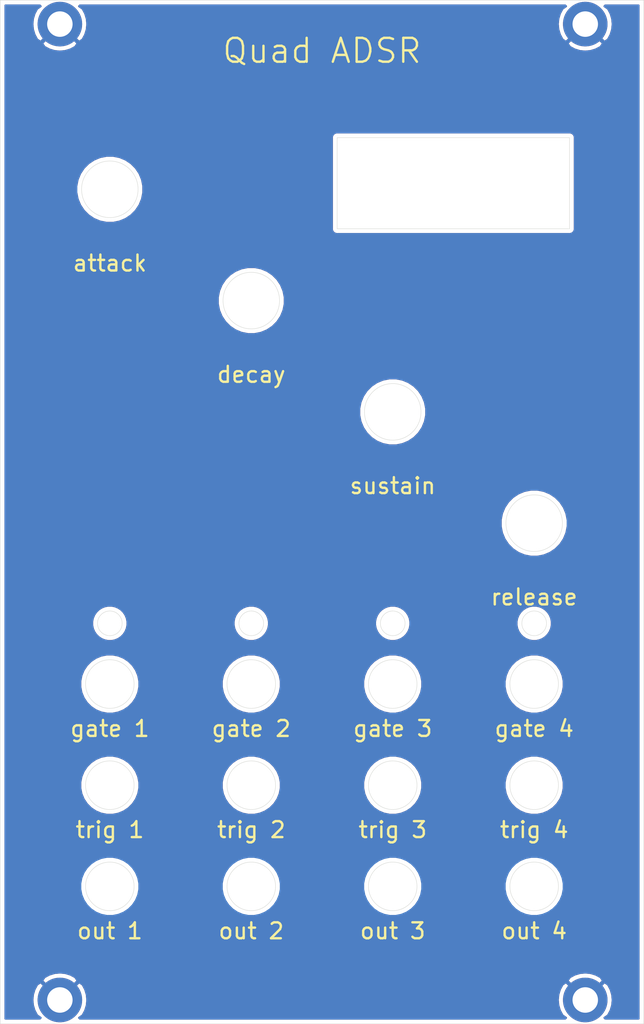
<source format=kicad_pcb>
(kicad_pcb (version 20171130) (host pcbnew 5.1.6-c6e7f7d~87~ubuntu18.04.1)

  (general
    (thickness 1.6)
    (drawings 69)
    (tracks 0)
    (zones 0)
    (modules 4)
    (nets 2)
  )

  (page A4)
  (layers
    (0 F.Cu signal hide)
    (31 B.Cu signal hide)
    (32 B.Adhes user)
    (33 F.Adhes user)
    (34 B.Paste user)
    (35 F.Paste user)
    (36 B.SilkS user)
    (37 F.SilkS user)
    (38 B.Mask user)
    (39 F.Mask user)
    (40 Dwgs.User user)
    (41 Cmts.User user)
    (42 Eco1.User user)
    (43 Eco2.User user)
    (44 Edge.Cuts user)
    (45 Margin user)
    (46 B.CrtYd user)
    (47 F.CrtYd user)
    (48 B.Fab user hide)
    (49 F.Fab user hide)
  )

  (setup
    (last_trace_width 0.25)
    (trace_clearance 0.2)
    (zone_clearance 0.508)
    (zone_45_only no)
    (trace_min 0.2)
    (via_size 0.8)
    (via_drill 0.4)
    (via_min_size 0.4)
    (via_min_drill 0.3)
    (uvia_size 0.3)
    (uvia_drill 0.1)
    (uvias_allowed no)
    (uvia_min_size 0.2)
    (uvia_min_drill 0.1)
    (edge_width 0.05)
    (segment_width 0.2)
    (pcb_text_width 0.3)
    (pcb_text_size 1.5 1.5)
    (mod_edge_width 0.12)
    (mod_text_size 1 1)
    (mod_text_width 0.15)
    (pad_size 1.524 1.524)
    (pad_drill 0.762)
    (pad_to_mask_clearance 0.05)
    (aux_axis_origin 0 0)
    (visible_elements FFFFFF7F)
    (pcbplotparams
      (layerselection 0x010fc_ffffffff)
      (usegerberextensions false)
      (usegerberattributes true)
      (usegerberadvancedattributes true)
      (creategerberjobfile true)
      (excludeedgelayer true)
      (linewidth 0.100000)
      (plotframeref false)
      (viasonmask false)
      (mode 1)
      (useauxorigin false)
      (hpglpennumber 1)
      (hpglpenspeed 20)
      (hpglpendiameter 15.000000)
      (psnegative false)
      (psa4output false)
      (plotreference true)
      (plotvalue true)
      (plotinvisibletext false)
      (padsonsilk false)
      (subtractmaskfromsilk false)
      (outputformat 1)
      (mirror false)
      (drillshape 1)
      (scaleselection 1)
      (outputdirectory ""))
  )

  (net 0 "")
  (net 1 GND)

  (net_class Default "This is the default net class."
    (clearance 0.2)
    (trace_width 0.25)
    (via_dia 0.8)
    (via_drill 0.4)
    (uvia_dia 0.3)
    (uvia_drill 0.1)
    (add_net GND)
  )

  (module MountingHole:MountingHole_3.2mm_M3_DIN965_Pad (layer F.Cu) (tedit 56D1B4CB) (tstamp 5EFA4FE1)
    (at 73.54 125.5)
    (descr "Mounting Hole 3.2mm, M3, DIN965")
    (tags "mounting hole 3.2mm m3 din965")
    (path /5EFA1430)
    (attr virtual)
    (fp_text reference H4 (at 0 -3.8) (layer F.SilkS) hide
      (effects (font (size 1 1) (thickness 0.15)))
    )
    (fp_text value MountingHole_Pad (at 0 3.8) (layer F.Fab)
      (effects (font (size 1 1) (thickness 0.15)))
    )
    (fp_circle (center 0 0) (end 2.8 0) (layer Cmts.User) (width 0.15))
    (fp_circle (center 0 0) (end 3.05 0) (layer F.CrtYd) (width 0.05))
    (fp_text user %R (at 0.3 0) (layer F.Fab)
      (effects (font (size 1 1) (thickness 0.15)))
    )
    (pad 1 thru_hole circle (at 0 0) (size 5.6 5.6) (drill 3.2) (layers *.Cu *.Mask)
      (net 1 GND))
  )

  (module MountingHole:MountingHole_3.2mm_M3_DIN965_Pad (layer F.Cu) (tedit 56D1B4CB) (tstamp 5EFA4FB7)
    (at 73.54 3)
    (descr "Mounting Hole 3.2mm, M3, DIN965")
    (tags "mounting hole 3.2mm m3 din965")
    (path /5EFA1424)
    (attr virtual)
    (fp_text reference H3 (at 0 -3.8) (layer F.SilkS) hide
      (effects (font (size 1 1) (thickness 0.15)))
    )
    (fp_text value MountingHole_Pad (at 0 3.8) (layer F.Fab)
      (effects (font (size 1 1) (thickness 0.15)))
    )
    (fp_circle (center 0 0) (end 2.8 0) (layer Cmts.User) (width 0.15))
    (fp_circle (center 0 0) (end 3.05 0) (layer F.CrtYd) (width 0.05))
    (fp_text user %R (at 0.3 0) (layer F.Fab)
      (effects (font (size 1 1) (thickness 0.15)))
    )
    (pad 1 thru_hole circle (at 0 0) (size 5.6 5.6) (drill 3.2) (layers *.Cu *.Mask)
      (net 1 GND))
  )

  (module MountingHole:MountingHole_3.2mm_M3_DIN965_Pad (layer F.Cu) (tedit 56D1B4CB) (tstamp 5EFA4FCC)
    (at 7.5 125.5)
    (descr "Mounting Hole 3.2mm, M3, DIN965")
    (tags "mounting hole 3.2mm m3 din965")
    (path /5EF9FEEC)
    (attr virtual)
    (fp_text reference H2 (at 0 -3.8) (layer F.SilkS) hide
      (effects (font (size 1 1) (thickness 0.15)))
    )
    (fp_text value MountingHole_Pad (at 0 3.8) (layer F.Fab)
      (effects (font (size 1 1) (thickness 0.15)))
    )
    (fp_circle (center 0 0) (end 2.8 0) (layer Cmts.User) (width 0.15))
    (fp_circle (center 0 0) (end 3.05 0) (layer F.CrtYd) (width 0.05))
    (fp_text user %R (at 0.3 0) (layer F.Fab)
      (effects (font (size 1 1) (thickness 0.15)))
    )
    (pad 1 thru_hole circle (at 0 0) (size 5.6 5.6) (drill 3.2) (layers *.Cu *.Mask)
      (net 1 GND))
  )

  (module MountingHole:MountingHole_3.2mm_M3_DIN965_Pad (layer F.Cu) (tedit 56D1B4CB) (tstamp 5EFA4FA2)
    (at 7.5 3)
    (descr "Mounting Hole 3.2mm, M3, DIN965")
    (tags "mounting hole 3.2mm m3 din965")
    (path /5EF9F32F)
    (attr virtual)
    (fp_text reference H1 (at 0 -3.8) (layer F.SilkS) hide
      (effects (font (size 1 1) (thickness 0.15)))
    )
    (fp_text value MountingHole_Pad (at 0 3.8) (layer F.Fab)
      (effects (font (size 1 1) (thickness 0.15)))
    )
    (fp_circle (center 0 0) (end 2.8 0) (layer Cmts.User) (width 0.15))
    (fp_circle (center 0 0) (end 3.05 0) (layer F.CrtYd) (width 0.05))
    (fp_text user %R (at 0.3 0) (layer F.Fab)
      (effects (font (size 1 1) (thickness 0.15)))
    )
    (pad 1 thru_hole circle (at 0 0) (size 5.6 5.6) (drill 3.2) (layers *.Cu *.Mask)
      (net 1 GND))
  )

  (gr_line (start 71.72 106.64) (end 71.72 115.84) (layer Dwgs.User) (width 0.15))
  (gr_line (start 9.18 115.84) (end 71.72 115.84) (layer Dwgs.User) (width 0.15))
  (gr_line (start 9.18 106.64) (end 9.18 115.84) (layer Dwgs.User) (width 0.15))
  (gr_line (start 9.18 106.64) (end 71.72 106.64) (layer Dwgs.User) (width 0.15))
  (gr_text release (at 67.12 74.93) (layer F.SilkS) (tstamp 5EFA5277)
    (effects (font (size 2 2) (thickness 0.3)))
  )
  (gr_text sustain (at 49.34 60.96) (layer F.SilkS) (tstamp 5EFA5274)
    (effects (font (size 2 2) (thickness 0.3)))
  )
  (gr_text decay (at 31.56 46.99) (layer F.SilkS)
    (effects (font (size 2 2) (thickness 0.3)))
  )
  (gr_text attack (at 13.78 33.02) (layer F.SilkS)
    (effects (font (size 2 2) (thickness 0.3)))
  )
  (gr_text "out 4" (at 67.12 116.84) (layer F.SilkS) (tstamp 5EFA524D)
    (effects (font (size 2 2) (thickness 0.3)))
  )
  (gr_text "out 3" (at 49.34 116.84) (layer F.SilkS) (tstamp 5EFA524D)
    (effects (font (size 2 2) (thickness 0.3)))
  )
  (gr_text "out 2" (at 31.56 116.84) (layer F.SilkS) (tstamp 5EFA524D)
    (effects (font (size 2 2) (thickness 0.3)))
  )
  (gr_text "trig 4" (at 67.12 104.14) (layer F.SilkS) (tstamp 5EFA5245)
    (effects (font (size 2 2) (thickness 0.3)))
  )
  (gr_text "trig 3" (at 49.34 104.14) (layer F.SilkS) (tstamp 5EFA5245)
    (effects (font (size 2 2) (thickness 0.3)))
  )
  (gr_text "trig 2" (at 31.56 104.14) (layer F.SilkS) (tstamp 5EFA5245)
    (effects (font (size 2 2) (thickness 0.3)))
  )
  (gr_text "gate 4" (at 67.12 91.44) (layer F.SilkS) (tstamp 5EFA523D)
    (effects (font (size 2 2) (thickness 0.3)))
  )
  (gr_text "gate 3" (at 49.34 91.44) (layer F.SilkS) (tstamp 5EFA523D)
    (effects (font (size 2 2) (thickness 0.3)))
  )
  (gr_text "gate 2" (at 31.56 91.44) (layer F.SilkS) (tstamp 5EFA523D)
    (effects (font (size 2 2) (thickness 0.3)))
  )
  (gr_text "out 1" (at 13.78 116.84) (layer F.SilkS) (tstamp 5EFA5237)
    (effects (font (size 2 2) (thickness 0.3)))
  )
  (gr_text "trig 1" (at 13.78 104.14) (layer F.SilkS)
    (effects (font (size 2 2) (thickness 0.3)))
  )
  (gr_text "gate 1" (at 13.78 91.44) (layer F.SilkS)
    (effects (font (size 2 2) (thickness 0.3)))
  )
  (gr_circle (center 31.56 111.24) (end 35.56 111.24) (layer Dwgs.User) (width 0.15) (tstamp 5EFA51D5))
  (gr_circle (center 49.34 111.24) (end 53.34 111.24) (layer Dwgs.User) (width 0.15) (tstamp 5EFA51D4))
  (gr_circle (center 13.78 111.24) (end 17.78 111.24) (layer Dwgs.User) (width 0.15) (tstamp 5EFA51D3))
  (gr_circle (center 67.12 111.24) (end 71.12 111.24) (layer Dwgs.User) (width 0.15) (tstamp 5EFA51D2))
  (gr_circle (center 31.56 98.54) (end 35.56 98.54) (layer Dwgs.User) (width 0.15) (tstamp 5EFA51D5))
  (gr_circle (center 49.34 98.54) (end 53.34 98.54) (layer Dwgs.User) (width 0.15) (tstamp 5EFA51D4))
  (gr_circle (center 13.78 98.54) (end 17.78 98.54) (layer Dwgs.User) (width 0.15) (tstamp 5EFA51D3))
  (gr_circle (center 67.12 98.54) (end 71.12 98.54) (layer Dwgs.User) (width 0.15) (tstamp 5EFA51D2))
  (gr_circle (center 67.12 85.84) (end 71.12 85.84) (layer Dwgs.User) (width 0.15) (tstamp 5EFA51CE))
  (gr_circle (center 49.34 85.84) (end 53.34 85.84) (layer Dwgs.User) (width 0.15) (tstamp 5EFA51CE))
  (gr_circle (center 31.56 85.84) (end 35.56 85.84) (layer Dwgs.User) (width 0.15) (tstamp 5EFA51CE))
  (gr_circle (center 13.78 85.84) (end 17.78 85.84) (layer Dwgs.User) (width 0.15))
  (gr_circle (center 67.12 65.647) (end 75.12 65.647) (layer Dwgs.User) (width 0.15) (tstamp 5EFA51C1))
  (gr_circle (center 49.34 51.677) (end 57.34 51.677) (layer Dwgs.User) (width 0.15) (tstamp 5EFA51C1))
  (gr_circle (center 31.56 37.707) (end 39.56 37.707) (layer Dwgs.User) (width 0.15) (tstamp 5EFA51B9))
  (gr_circle (center 13.78 23.737) (end 21.78 23.737) (layer Dwgs.User) (width 0.15))
  (gr_text "Quad ADSR" (at 40.45 6.35) (layer F.SilkS)
    (effects (font (size 3 3) (thickness 0.3)))
  )
  (gr_line (start 42.355 28.69) (end 71.565 28.69) (layer Edge.Cuts) (width 0.05))
  (gr_line (start 71.565 17.26) (end 71.565 28.69) (layer Edge.Cuts) (width 0.05))
  (gr_line (start 42.355 17.26) (end 42.355 28.69) (layer Edge.Cuts) (width 0.05))
  (gr_line (start 42.355 17.26) (end 71.565 17.26) (layer Edge.Cuts) (width 0.05))
  (gr_line (start 4.89 113.78) (end 76.01 113.78) (layer Dwgs.User) (width 0.15))
  (gr_line (start 76.01 14.72) (end 76.01 113.78) (layer Dwgs.User) (width 0.15))
  (gr_line (start 4.89 14.72) (end 4.89 113.78) (layer Dwgs.User) (width 0.15))
  (gr_line (start 4.89 14.72) (end 76.01 14.72) (layer Dwgs.User) (width 0.15))
  (gr_circle (center 67.12 78.22) (end 68.67 78.22) (layer Edge.Cuts) (width 0.05) (tstamp 5EFA50C8))
  (gr_circle (center 49.34 78.22) (end 50.89 78.22) (layer Edge.Cuts) (width 0.05) (tstamp 5EFA50C8))
  (gr_circle (center 31.56 78.22) (end 33.11 78.22) (layer Edge.Cuts) (width 0.05) (tstamp 5EFA50C8))
  (gr_circle (center 13.78 78.22) (end 15.33 78.22) (layer Edge.Cuts) (width 0.05))
  (gr_circle (center 67.12 65.647) (end 70.67 65.647) (layer Edge.Cuts) (width 0.05) (tstamp 5EFA50BB))
  (gr_circle (center 49.34 51.677) (end 52.89 51.677) (layer Edge.Cuts) (width 0.05) (tstamp 5EFA50BB))
  (gr_circle (center 31.56 37.707) (end 35.11 37.707) (layer Edge.Cuts) (width 0.05) (tstamp 5EFA50BB))
  (gr_circle (center 13.78 23.737) (end 17.33 23.737) (layer Edge.Cuts) (width 0.05))
  (gr_circle (center 49.34 111.24) (end 52.39 111.24) (layer Edge.Cuts) (width 0.05) (tstamp 5EFA50AF))
  (gr_circle (center 31.56 111.24) (end 34.61 111.24) (layer Edge.Cuts) (width 0.05) (tstamp 5EFA50AE))
  (gr_circle (center 67.12 111.24) (end 70.17 111.24) (layer Edge.Cuts) (width 0.05) (tstamp 5EFA50AD))
  (gr_circle (center 13.78 111.24) (end 16.83 111.24) (layer Edge.Cuts) (width 0.05) (tstamp 5EFA50AC))
  (gr_circle (center 49.34 98.54) (end 52.39 98.54) (layer Edge.Cuts) (width 0.05) (tstamp 5EFA50AF))
  (gr_circle (center 31.56 98.54) (end 34.61 98.54) (layer Edge.Cuts) (width 0.05) (tstamp 5EFA50AE))
  (gr_circle (center 67.12 98.54) (end 70.17 98.54) (layer Edge.Cuts) (width 0.05) (tstamp 5EFA50AD))
  (gr_circle (center 13.78 98.54) (end 16.83 98.54) (layer Edge.Cuts) (width 0.05) (tstamp 5EFA50AC))
  (gr_circle (center 67.12 85.84) (end 70.17 85.84) (layer Edge.Cuts) (width 0.05) (tstamp 5EFA50A9))
  (gr_circle (center 31.56 85.84) (end 34.61 85.84) (layer Edge.Cuts) (width 0.05) (tstamp 5EFA50A8))
  (gr_circle (center 49.34 85.84) (end 52.39 85.84) (layer Edge.Cuts) (width 0.05) (tstamp 5EFA50A6))
  (gr_circle (center 13.78 85.84) (end 16.83 85.84) (layer Edge.Cuts) (width 0.05))
  (gr_line (start 80.9 0) (end 80.9 128.5) (layer Edge.Cuts) (width 0.05))
  (gr_line (start 0 128.5) (end 80.9 128.5) (layer Edge.Cuts) (width 0.05))
  (gr_line (start 0 0) (end 80.9 0) (layer Edge.Cuts) (width 0.05))
  (gr_line (start 0 0) (end 0 128.5) (layer Edge.Cuts) (width 0.05))

  (zone (net 1) (net_name GND) (layer F.Cu) (tstamp 0) (hatch edge 0.508)
    (connect_pads (clearance 0.508))
    (min_thickness 0.254)
    (fill yes (arc_segments 32) (thermal_gap 0.508) (thermal_bridge_width 0.508))
    (polygon
      (pts
        (xy 83.82 132.08) (xy -2.54 132.08) (xy -2.54 -2.54) (xy 83.82 -2.54)
      )
    )
    (filled_polygon
      (pts
        (xy 5.083517 0.763125) (xy 4.634823 1.075308) (xy 4.314388 1.671259) (xy 4.116374 2.318273) (xy 4.04839 2.991484)
        (xy 4.113051 3.665023) (xy 4.30787 4.313006) (xy 4.625361 4.91053) (xy 4.634823 4.924692) (xy 5.083519 5.236876)
        (xy 7.320395 3) (xy 7.306253 2.985858) (xy 7.485858 2.806253) (xy 7.5 2.820395) (xy 7.514143 2.806253)
        (xy 7.693748 2.985858) (xy 7.679605 3) (xy 9.916481 5.236876) (xy 10.365177 4.924692) (xy 10.685612 4.328741)
        (xy 10.883626 3.681727) (xy 10.95161 3.008516) (xy 10.886949 2.334977) (xy 10.69213 1.686994) (xy 10.374639 1.08947)
        (xy 10.365177 1.075308) (xy 9.916483 0.763125) (xy 10.019608 0.66) (xy 71.020392 0.66) (xy 71.123517 0.763125)
        (xy 70.674823 1.075308) (xy 70.354388 1.671259) (xy 70.156374 2.318273) (xy 70.08839 2.991484) (xy 70.153051 3.665023)
        (xy 70.34787 4.313006) (xy 70.665361 4.91053) (xy 70.674823 4.924692) (xy 71.123519 5.236876) (xy 73.360395 3)
        (xy 73.346253 2.985858) (xy 73.525858 2.806253) (xy 73.54 2.820395) (xy 73.554143 2.806253) (xy 73.733748 2.985858)
        (xy 73.719605 3) (xy 75.956481 5.236876) (xy 76.405177 4.924692) (xy 76.725612 4.328741) (xy 76.923626 3.681727)
        (xy 76.99161 3.008516) (xy 76.926949 2.334977) (xy 76.73213 1.686994) (xy 76.414639 1.08947) (xy 76.405177 1.075308)
        (xy 75.956483 0.763125) (xy 76.059608 0.66) (xy 80.24 0.66) (xy 80.240001 127.84) (xy 76.059608 127.84)
        (xy 75.956483 127.736875) (xy 76.405177 127.424692) (xy 76.725612 126.828741) (xy 76.923626 126.181727) (xy 76.99161 125.508516)
        (xy 76.926949 124.834977) (xy 76.73213 124.186994) (xy 76.414639 123.58947) (xy 76.405177 123.575308) (xy 75.956481 123.263124)
        (xy 73.719605 125.5) (xy 73.733748 125.514143) (xy 73.554143 125.693748) (xy 73.54 125.679605) (xy 73.525858 125.693748)
        (xy 73.346253 125.514143) (xy 73.360395 125.5) (xy 71.123519 123.263124) (xy 70.674823 123.575308) (xy 70.354388 124.171259)
        (xy 70.156374 124.818273) (xy 70.08839 125.491484) (xy 70.153051 126.165023) (xy 70.34787 126.813006) (xy 70.665361 127.41053)
        (xy 70.674823 127.424692) (xy 71.123517 127.736875) (xy 71.020392 127.84) (xy 10.019608 127.84) (xy 9.916483 127.736875)
        (xy 10.365177 127.424692) (xy 10.685612 126.828741) (xy 10.883626 126.181727) (xy 10.95161 125.508516) (xy 10.886949 124.834977)
        (xy 10.69213 124.186994) (xy 10.374639 123.58947) (xy 10.365177 123.575308) (xy 9.916481 123.263124) (xy 7.679605 125.5)
        (xy 7.693748 125.514143) (xy 7.514143 125.693748) (xy 7.5 125.679605) (xy 7.485858 125.693748) (xy 7.306253 125.514143)
        (xy 7.320395 125.5) (xy 5.083519 123.263124) (xy 4.634823 123.575308) (xy 4.314388 124.171259) (xy 4.116374 124.818273)
        (xy 4.04839 125.491484) (xy 4.113051 126.165023) (xy 4.30787 126.813006) (xy 4.625361 127.41053) (xy 4.634823 127.424692)
        (xy 5.083517 127.736875) (xy 4.980392 127.84) (xy 0.66 127.84) (xy 0.66 123.083519) (xy 5.263124 123.083519)
        (xy 7.5 125.320395) (xy 9.736876 123.083519) (xy 71.303124 123.083519) (xy 73.54 125.320395) (xy 75.776876 123.083519)
        (xy 75.464692 122.634823) (xy 74.868741 122.314388) (xy 74.221727 122.116374) (xy 73.548516 122.04839) (xy 72.874977 122.113051)
        (xy 72.226994 122.30787) (xy 71.62947 122.625361) (xy 71.615308 122.634823) (xy 71.303124 123.083519) (xy 9.736876 123.083519)
        (xy 9.424692 122.634823) (xy 8.828741 122.314388) (xy 8.181727 122.116374) (xy 7.508516 122.04839) (xy 6.834977 122.113051)
        (xy 6.186994 122.30787) (xy 5.58947 122.625361) (xy 5.575308 122.634823) (xy 5.263124 123.083519) (xy 0.66 123.083519)
        (xy 0.66 106.6546) (xy 9.0678 106.6546) (xy 9.0678 115.824) (xy 9.07024 115.848776) (xy 9.077467 115.872601)
        (xy 9.089203 115.894557) (xy 9.104997 115.913803) (xy 9.124243 115.929597) (xy 9.146199 115.941333) (xy 9.170024 115.94856)
        (xy 9.1948 115.951) (xy 71.7042 115.951) (xy 71.728976 115.94856) (xy 71.752801 115.941333) (xy 71.774757 115.929597)
        (xy 71.794003 115.913803) (xy 71.809797 115.894557) (xy 71.821533 115.872601) (xy 71.82876 115.848776) (xy 71.8312 115.824)
        (xy 71.8312 106.6546) (xy 71.82876 106.629824) (xy 71.821533 106.605999) (xy 71.809797 106.584043) (xy 71.794003 106.564797)
        (xy 71.774757 106.549003) (xy 71.752801 106.537267) (xy 71.728976 106.53004) (xy 71.7042 106.5276) (xy 9.1948 106.5276)
        (xy 9.170024 106.53004) (xy 9.146199 106.537267) (xy 9.124243 106.549003) (xy 9.104997 106.564797) (xy 9.089203 106.584043)
        (xy 9.077467 106.605999) (xy 9.07024 106.629824) (xy 9.0678 106.6546) (xy 0.66 106.6546) (xy 0.66 98.174396)
        (xy 10.067961 98.174396) (xy 10.067961 98.905604) (xy 10.210613 99.622762) (xy 10.490434 100.29831) (xy 10.896671 100.906287)
        (xy 11.413713 101.423329) (xy 12.02169 101.829566) (xy 12.697238 102.109387) (xy 13.414396 102.252039) (xy 14.145604 102.252039)
        (xy 14.862762 102.109387) (xy 15.53831 101.829566) (xy 16.146287 101.423329) (xy 16.663329 100.906287) (xy 17.069566 100.29831)
        (xy 17.349387 99.622762) (xy 17.492039 98.905604) (xy 17.492039 98.174396) (xy 27.847961 98.174396) (xy 27.847961 98.905604)
        (xy 27.990613 99.622762) (xy 28.270434 100.29831) (xy 28.676671 100.906287) (xy 29.193713 101.423329) (xy 29.80169 101.829566)
        (xy 30.477238 102.109387) (xy 31.194396 102.252039) (xy 31.925604 102.252039) (xy 32.642762 102.109387) (xy 33.31831 101.829566)
        (xy 33.926287 101.423329) (xy 34.443329 100.906287) (xy 34.849566 100.29831) (xy 35.129387 99.622762) (xy 35.272039 98.905604)
        (xy 35.272039 98.174396) (xy 45.627961 98.174396) (xy 45.627961 98.905604) (xy 45.770613 99.622762) (xy 46.050434 100.29831)
        (xy 46.456671 100.906287) (xy 46.973713 101.423329) (xy 47.58169 101.829566) (xy 48.257238 102.109387) (xy 48.974396 102.252039)
        (xy 49.705604 102.252039) (xy 50.422762 102.109387) (xy 51.09831 101.829566) (xy 51.706287 101.423329) (xy 52.223329 100.906287)
        (xy 52.629566 100.29831) (xy 52.909387 99.622762) (xy 53.052039 98.905604) (xy 53.052039 98.174396) (xy 63.407961 98.174396)
        (xy 63.407961 98.905604) (xy 63.550613 99.622762) (xy 63.830434 100.29831) (xy 64.236671 100.906287) (xy 64.753713 101.423329)
        (xy 65.36169 101.829566) (xy 66.037238 102.109387) (xy 66.754396 102.252039) (xy 67.485604 102.252039) (xy 68.202762 102.109387)
        (xy 68.87831 101.829566) (xy 69.486287 101.423329) (xy 70.003329 100.906287) (xy 70.409566 100.29831) (xy 70.689387 99.622762)
        (xy 70.832039 98.905604) (xy 70.832039 98.174396) (xy 70.689387 97.457238) (xy 70.409566 96.78169) (xy 70.003329 96.173713)
        (xy 69.486287 95.656671) (xy 68.87831 95.250434) (xy 68.202762 94.970613) (xy 67.485604 94.827961) (xy 66.754396 94.827961)
        (xy 66.037238 94.970613) (xy 65.36169 95.250434) (xy 64.753713 95.656671) (xy 64.236671 96.173713) (xy 63.830434 96.78169)
        (xy 63.550613 97.457238) (xy 63.407961 98.174396) (xy 53.052039 98.174396) (xy 52.909387 97.457238) (xy 52.629566 96.78169)
        (xy 52.223329 96.173713) (xy 51.706287 95.656671) (xy 51.09831 95.250434) (xy 50.422762 94.970613) (xy 49.705604 94.827961)
        (xy 48.974396 94.827961) (xy 48.257238 94.970613) (xy 47.58169 95.250434) (xy 46.973713 95.656671) (xy 46.456671 96.173713)
        (xy 46.050434 96.78169) (xy 45.770613 97.457238) (xy 45.627961 98.174396) (xy 35.272039 98.174396) (xy 35.129387 97.457238)
        (xy 34.849566 96.78169) (xy 34.443329 96.173713) (xy 33.926287 95.656671) (xy 33.31831 95.250434) (xy 32.642762 94.970613)
        (xy 31.925604 94.827961) (xy 31.194396 94.827961) (xy 30.477238 94.970613) (xy 29.80169 95.250434) (xy 29.193713 95.656671)
        (xy 28.676671 96.173713) (xy 28.270434 96.78169) (xy 27.990613 97.457238) (xy 27.847961 98.174396) (xy 17.492039 98.174396)
        (xy 17.349387 97.457238) (xy 17.069566 96.78169) (xy 16.663329 96.173713) (xy 16.146287 95.656671) (xy 15.53831 95.250434)
        (xy 14.862762 94.970613) (xy 14.145604 94.827961) (xy 13.414396 94.827961) (xy 12.697238 94.970613) (xy 12.02169 95.250434)
        (xy 11.413713 95.656671) (xy 10.896671 96.173713) (xy 10.490434 96.78169) (xy 10.210613 97.457238) (xy 10.067961 98.174396)
        (xy 0.66 98.174396) (xy 0.66 85.474396) (xy 10.067961 85.474396) (xy 10.067961 86.205604) (xy 10.210613 86.922762)
        (xy 10.490434 87.59831) (xy 10.896671 88.206287) (xy 11.413713 88.723329) (xy 12.02169 89.129566) (xy 12.697238 89.409387)
        (xy 13.414396 89.552039) (xy 14.145604 89.552039) (xy 14.862762 89.409387) (xy 15.53831 89.129566) (xy 16.146287 88.723329)
        (xy 16.663329 88.206287) (xy 17.069566 87.59831) (xy 17.349387 86.922762) (xy 17.492039 86.205604) (xy 17.492039 85.474396)
        (xy 27.847961 85.474396) (xy 27.847961 86.205604) (xy 27.990613 86.922762) (xy 28.270434 87.59831) (xy 28.676671 88.206287)
        (xy 29.193713 88.723329) (xy 29.80169 89.129566) (xy 30.477238 89.409387) (xy 31.194396 89.552039) (xy 31.925604 89.552039)
        (xy 32.642762 89.409387) (xy 33.31831 89.129566) (xy 33.926287 88.723329) (xy 34.443329 88.206287) (xy 34.849566 87.59831)
        (xy 35.129387 86.922762) (xy 35.272039 86.205604) (xy 35.272039 85.474396) (xy 45.627961 85.474396) (xy 45.627961 86.205604)
        (xy 45.770613 86.922762) (xy 46.050434 87.59831) (xy 46.456671 88.206287) (xy 46.973713 88.723329) (xy 47.58169 89.129566)
        (xy 48.257238 89.409387) (xy 48.974396 89.552039) (xy 49.705604 89.552039) (xy 50.422762 89.409387) (xy 51.09831 89.129566)
        (xy 51.706287 88.723329) (xy 52.223329 88.206287) (xy 52.629566 87.59831) (xy 52.909387 86.922762) (xy 53.052039 86.205604)
        (xy 53.052039 85.474396) (xy 63.407961 85.474396) (xy 63.407961 86.205604) (xy 63.550613 86.922762) (xy 63.830434 87.59831)
        (xy 64.236671 88.206287) (xy 64.753713 88.723329) (xy 65.36169 89.129566) (xy 66.037238 89.409387) (xy 66.754396 89.552039)
        (xy 67.485604 89.552039) (xy 68.202762 89.409387) (xy 68.87831 89.129566) (xy 69.486287 88.723329) (xy 70.003329 88.206287)
        (xy 70.409566 87.59831) (xy 70.689387 86.922762) (xy 70.832039 86.205604) (xy 70.832039 85.474396) (xy 70.689387 84.757238)
        (xy 70.409566 84.08169) (xy 70.003329 83.473713) (xy 69.486287 82.956671) (xy 68.87831 82.550434) (xy 68.202762 82.270613)
        (xy 67.485604 82.127961) (xy 66.754396 82.127961) (xy 66.037238 82.270613) (xy 65.36169 82.550434) (xy 64.753713 82.956671)
        (xy 64.236671 83.473713) (xy 63.830434 84.08169) (xy 63.550613 84.757238) (xy 63.407961 85.474396) (xy 53.052039 85.474396)
        (xy 52.909387 84.757238) (xy 52.629566 84.08169) (xy 52.223329 83.473713) (xy 51.706287 82.956671) (xy 51.09831 82.550434)
        (xy 50.422762 82.270613) (xy 49.705604 82.127961) (xy 48.974396 82.127961) (xy 48.257238 82.270613) (xy 47.58169 82.550434)
        (xy 46.973713 82.956671) (xy 46.456671 83.473713) (xy 46.050434 84.08169) (xy 45.770613 84.757238) (xy 45.627961 85.474396)
        (xy 35.272039 85.474396) (xy 35.129387 84.757238) (xy 34.849566 84.08169) (xy 34.443329 83.473713) (xy 33.926287 82.956671)
        (xy 33.31831 82.550434) (xy 32.642762 82.270613) (xy 31.925604 82.127961) (xy 31.194396 82.127961) (xy 30.477238 82.270613)
        (xy 29.80169 82.550434) (xy 29.193713 82.956671) (xy 28.676671 83.473713) (xy 28.270434 84.08169) (xy 27.990613 84.757238)
        (xy 27.847961 85.474396) (xy 17.492039 85.474396) (xy 17.349387 84.757238) (xy 17.069566 84.08169) (xy 16.663329 83.473713)
        (xy 16.146287 82.956671) (xy 15.53831 82.550434) (xy 14.862762 82.270613) (xy 14.145604 82.127961) (xy 13.414396 82.127961)
        (xy 12.697238 82.270613) (xy 12.02169 82.550434) (xy 11.413713 82.956671) (xy 10.896671 83.473713) (xy 10.490434 84.08169)
        (xy 10.210613 84.757238) (xy 10.067961 85.474396) (xy 0.66 85.474396) (xy 0.66 78.001422) (xy 11.560738 78.001422)
        (xy 11.560738 78.438578) (xy 11.646023 78.867335) (xy 11.813316 79.271215) (xy 12.056187 79.634697) (xy 12.365303 79.943813)
        (xy 12.728785 80.186684) (xy 13.132665 80.353977) (xy 13.561422 80.439262) (xy 13.998578 80.439262) (xy 14.427335 80.353977)
        (xy 14.831215 80.186684) (xy 15.194697 79.943813) (xy 15.503813 79.634697) (xy 15.746684 79.271215) (xy 15.913977 78.867335)
        (xy 15.999262 78.438578) (xy 15.999262 78.001422) (xy 29.340738 78.001422) (xy 29.340738 78.438578) (xy 29.426023 78.867335)
        (xy 29.593316 79.271215) (xy 29.836187 79.634697) (xy 30.145303 79.943813) (xy 30.508785 80.186684) (xy 30.912665 80.353977)
        (xy 31.341422 80.439262) (xy 31.778578 80.439262) (xy 32.207335 80.353977) (xy 32.611215 80.186684) (xy 32.974697 79.943813)
        (xy 33.283813 79.634697) (xy 33.526684 79.271215) (xy 33.693977 78.867335) (xy 33.779262 78.438578) (xy 33.779262 78.001422)
        (xy 47.120738 78.001422) (xy 47.120738 78.438578) (xy 47.206023 78.867335) (xy 47.373316 79.271215) (xy 47.616187 79.634697)
        (xy 47.925303 79.943813) (xy 48.288785 80.186684) (xy 48.692665 80.353977) (xy 49.121422 80.439262) (xy 49.558578 80.439262)
        (xy 49.987335 80.353977) (xy 50.391215 80.186684) (xy 50.754697 79.943813) (xy 51.063813 79.634697) (xy 51.306684 79.271215)
        (xy 51.473977 78.867335) (xy 51.559262 78.438578) (xy 51.559262 78.001422) (xy 64.900738 78.001422) (xy 64.900738 78.438578)
        (xy 64.986023 78.867335) (xy 65.153316 79.271215) (xy 65.396187 79.634697) (xy 65.705303 79.943813) (xy 66.068785 80.186684)
        (xy 66.472665 80.353977) (xy 66.901422 80.439262) (xy 67.338578 80.439262) (xy 67.767335 80.353977) (xy 68.171215 80.186684)
        (xy 68.534697 79.943813) (xy 68.843813 79.634697) (xy 69.086684 79.271215) (xy 69.253977 78.867335) (xy 69.339262 78.438578)
        (xy 69.339262 78.001422) (xy 69.253977 77.572665) (xy 69.086684 77.168785) (xy 68.843813 76.805303) (xy 68.534697 76.496187)
        (xy 68.171215 76.253316) (xy 67.767335 76.086023) (xy 67.338578 76.000738) (xy 66.901422 76.000738) (xy 66.472665 76.086023)
        (xy 66.068785 76.253316) (xy 65.705303 76.496187) (xy 65.396187 76.805303) (xy 65.153316 77.168785) (xy 64.986023 77.572665)
        (xy 64.900738 78.001422) (xy 51.559262 78.001422) (xy 51.473977 77.572665) (xy 51.306684 77.168785) (xy 51.063813 76.805303)
        (xy 50.754697 76.496187) (xy 50.391215 76.253316) (xy 49.987335 76.086023) (xy 49.558578 76.000738) (xy 49.121422 76.000738)
        (xy 48.692665 76.086023) (xy 48.288785 76.253316) (xy 47.925303 76.496187) (xy 47.616187 76.805303) (xy 47.373316 77.168785)
        (xy 47.206023 77.572665) (xy 47.120738 78.001422) (xy 33.779262 78.001422) (xy 33.693977 77.572665) (xy 33.526684 77.168785)
        (xy 33.283813 76.805303) (xy 32.974697 76.496187) (xy 32.611215 76.253316) (xy 32.207335 76.086023) (xy 31.778578 76.000738)
        (xy 31.341422 76.000738) (xy 30.912665 76.086023) (xy 30.508785 76.253316) (xy 30.145303 76.496187) (xy 29.836187 76.805303)
        (xy 29.593316 77.168785) (xy 29.426023 77.572665) (xy 29.340738 78.001422) (xy 15.999262 78.001422) (xy 15.913977 77.572665)
        (xy 15.746684 77.168785) (xy 15.503813 76.805303) (xy 15.194697 76.496187) (xy 14.831215 76.253316) (xy 14.427335 76.086023)
        (xy 13.998578 76.000738) (xy 13.561422 76.000738) (xy 13.132665 76.086023) (xy 12.728785 76.253316) (xy 12.365303 76.496187)
        (xy 12.056187 76.805303) (xy 11.813316 77.168785) (xy 11.646023 77.572665) (xy 11.560738 78.001422) (xy 0.66 78.001422)
        (xy 0.66 65.232387) (xy 62.910369 65.232387) (xy 62.910369 66.061613) (xy 63.072142 66.874904) (xy 63.389473 67.641008)
        (xy 63.850166 68.330484) (xy 64.436516 68.916834) (xy 65.125992 69.377527) (xy 65.892096 69.694858) (xy 66.705387 69.856631)
        (xy 67.534613 69.856631) (xy 68.347904 69.694858) (xy 69.114008 69.377527) (xy 69.803484 68.916834) (xy 70.389834 68.330484)
        (xy 70.850527 67.641008) (xy 71.167858 66.874904) (xy 71.329631 66.061613) (xy 71.329631 65.232387) (xy 71.167858 64.419096)
        (xy 70.850527 63.652992) (xy 70.389834 62.963516) (xy 69.803484 62.377166) (xy 69.114008 61.916473) (xy 68.347904 61.599142)
        (xy 67.534613 61.437369) (xy 66.705387 61.437369) (xy 65.892096 61.599142) (xy 65.125992 61.916473) (xy 64.436516 62.377166)
        (xy 63.850166 62.963516) (xy 63.389473 63.652992) (xy 63.072142 64.419096) (xy 62.910369 65.232387) (xy 0.66 65.232387)
        (xy 0.66 51.262387) (xy 45.130369 51.262387) (xy 45.130369 52.091613) (xy 45.292142 52.904904) (xy 45.609473 53.671008)
        (xy 46.070166 54.360484) (xy 46.656516 54.946834) (xy 47.345992 55.407527) (xy 48.112096 55.724858) (xy 48.925387 55.886631)
        (xy 49.754613 55.886631) (xy 50.567904 55.724858) (xy 51.334008 55.407527) (xy 52.023484 54.946834) (xy 52.609834 54.360484)
        (xy 53.070527 53.671008) (xy 53.387858 52.904904) (xy 53.549631 52.091613) (xy 53.549631 51.262387) (xy 53.387858 50.449096)
        (xy 53.070527 49.682992) (xy 52.609834 48.993516) (xy 52.023484 48.407166) (xy 51.334008 47.946473) (xy 50.567904 47.629142)
        (xy 49.754613 47.467369) (xy 48.925387 47.467369) (xy 48.112096 47.629142) (xy 47.345992 47.946473) (xy 46.656516 48.407166)
        (xy 46.070166 48.993516) (xy 45.609473 49.682992) (xy 45.292142 50.449096) (xy 45.130369 51.262387) (xy 0.66 51.262387)
        (xy 0.66 37.292387) (xy 27.350369 37.292387) (xy 27.350369 38.121613) (xy 27.512142 38.934904) (xy 27.829473 39.701008)
        (xy 28.290166 40.390484) (xy 28.876516 40.976834) (xy 29.565992 41.437527) (xy 30.332096 41.754858) (xy 31.145387 41.916631)
        (xy 31.974613 41.916631) (xy 32.787904 41.754858) (xy 33.554008 41.437527) (xy 34.243484 40.976834) (xy 34.829834 40.390484)
        (xy 35.290527 39.701008) (xy 35.607858 38.934904) (xy 35.769631 38.121613) (xy 35.769631 37.292387) (xy 35.607858 36.479096)
        (xy 35.290527 35.712992) (xy 34.829834 35.023516) (xy 34.243484 34.437166) (xy 33.554008 33.976473) (xy 32.787904 33.659142)
        (xy 31.974613 33.497369) (xy 31.145387 33.497369) (xy 30.332096 33.659142) (xy 29.565992 33.976473) (xy 28.876516 34.437166)
        (xy 28.290166 35.023516) (xy 27.829473 35.712992) (xy 27.512142 36.479096) (xy 27.350369 37.292387) (xy 0.66 37.292387)
        (xy 0.66 23.322387) (xy 9.570369 23.322387) (xy 9.570369 24.151613) (xy 9.732142 24.964904) (xy 10.049473 25.731008)
        (xy 10.510166 26.420484) (xy 11.096516 27.006834) (xy 11.785992 27.467527) (xy 12.552096 27.784858) (xy 13.365387 27.946631)
        (xy 14.194613 27.946631) (xy 15.007904 27.784858) (xy 15.774008 27.467527) (xy 16.463484 27.006834) (xy 17.049834 26.420484)
        (xy 17.510527 25.731008) (xy 17.827858 24.964904) (xy 17.989631 24.151613) (xy 17.989631 23.322387) (xy 17.827858 22.509096)
        (xy 17.510527 21.742992) (xy 17.049834 21.053516) (xy 16.463484 20.467166) (xy 15.774008 20.006473) (xy 15.007904 19.689142)
        (xy 14.194613 19.527369) (xy 13.365387 19.527369) (xy 12.552096 19.689142) (xy 11.785992 20.006473) (xy 11.096516 20.467166)
        (xy 10.510166 21.053516) (xy 10.049473 21.742992) (xy 9.732142 22.509096) (xy 9.570369 23.322387) (xy 0.66 23.322387)
        (xy 0.66 17.26) (xy 41.691807 17.26) (xy 41.695 17.292419) (xy 41.695001 28.657571) (xy 41.691807 28.69)
        (xy 41.70455 28.819383) (xy 41.74229 28.943793) (xy 41.803575 29.05845) (xy 41.886052 29.158948) (xy 41.98655 29.241425)
        (xy 42.101207 29.30271) (xy 42.225617 29.34045) (xy 42.322581 29.35) (xy 42.355 29.353193) (xy 42.387419 29.35)
        (xy 71.532581 29.35) (xy 71.565 29.353193) (xy 71.597419 29.35) (xy 71.694383 29.34045) (xy 71.818793 29.30271)
        (xy 71.93345 29.241425) (xy 72.033948 29.158948) (xy 72.116425 29.05845) (xy 72.17771 28.943793) (xy 72.21545 28.819383)
        (xy 72.228193 28.69) (xy 72.225 28.657581) (xy 72.225 17.292419) (xy 72.228193 17.26) (xy 72.21545 17.130617)
        (xy 72.17771 17.006207) (xy 72.116425 16.89155) (xy 72.033948 16.791052) (xy 71.93345 16.708575) (xy 71.818793 16.64729)
        (xy 71.694383 16.60955) (xy 71.597419 16.6) (xy 71.565 16.596807) (xy 71.532581 16.6) (xy 42.387419 16.6)
        (xy 42.355 16.596807) (xy 42.322581 16.6) (xy 42.225617 16.60955) (xy 42.101207 16.64729) (xy 41.98655 16.708575)
        (xy 41.886052 16.791052) (xy 41.803575 16.89155) (xy 41.74229 17.006207) (xy 41.70455 17.130617) (xy 41.691807 17.26)
        (xy 0.66 17.26) (xy 0.66 5.416481) (xy 5.263124 5.416481) (xy 5.575308 5.865177) (xy 6.171259 6.185612)
        (xy 6.818273 6.383626) (xy 7.491484 6.45161) (xy 8.165023 6.386949) (xy 8.813006 6.19213) (xy 9.41053 5.874639)
        (xy 9.424692 5.865177) (xy 9.736876 5.416481) (xy 71.303124 5.416481) (xy 71.615308 5.865177) (xy 72.211259 6.185612)
        (xy 72.858273 6.383626) (xy 73.531484 6.45161) (xy 74.205023 6.386949) (xy 74.853006 6.19213) (xy 75.45053 5.874639)
        (xy 75.464692 5.865177) (xy 75.776876 5.416481) (xy 73.54 3.179605) (xy 71.303124 5.416481) (xy 9.736876 5.416481)
        (xy 7.5 3.179605) (xy 5.263124 5.416481) (xy 0.66 5.416481) (xy 0.66 0.66) (xy 4.980392 0.66)
      )
    )
  )
  (zone (net 1) (net_name GND) (layer B.Cu) (tstamp 0) (hatch edge 0.508)
    (connect_pads (clearance 0.508))
    (min_thickness 0.254)
    (fill yes (arc_segments 32) (thermal_gap 0.508) (thermal_bridge_width 0.508))
    (polygon
      (pts
        (xy 86.36 134.62) (xy -5.08 134.62) (xy -5.08 -5.08) (xy 86.36 -5.08)
      )
    )
    (filled_polygon
      (pts
        (xy 5.083517 0.763125) (xy 4.634823 1.075308) (xy 4.314388 1.671259) (xy 4.116374 2.318273) (xy 4.04839 2.991484)
        (xy 4.113051 3.665023) (xy 4.30787 4.313006) (xy 4.625361 4.91053) (xy 4.634823 4.924692) (xy 5.083519 5.236876)
        (xy 7.320395 3) (xy 7.306253 2.985858) (xy 7.485858 2.806253) (xy 7.5 2.820395) (xy 7.514143 2.806253)
        (xy 7.693748 2.985858) (xy 7.679605 3) (xy 9.916481 5.236876) (xy 10.365177 4.924692) (xy 10.685612 4.328741)
        (xy 10.883626 3.681727) (xy 10.95161 3.008516) (xy 10.886949 2.334977) (xy 10.69213 1.686994) (xy 10.374639 1.08947)
        (xy 10.365177 1.075308) (xy 9.916483 0.763125) (xy 10.019608 0.66) (xy 71.020392 0.66) (xy 71.123517 0.763125)
        (xy 70.674823 1.075308) (xy 70.354388 1.671259) (xy 70.156374 2.318273) (xy 70.08839 2.991484) (xy 70.153051 3.665023)
        (xy 70.34787 4.313006) (xy 70.665361 4.91053) (xy 70.674823 4.924692) (xy 71.123519 5.236876) (xy 73.360395 3)
        (xy 73.346253 2.985858) (xy 73.525858 2.806253) (xy 73.54 2.820395) (xy 73.554143 2.806253) (xy 73.733748 2.985858)
        (xy 73.719605 3) (xy 75.956481 5.236876) (xy 76.405177 4.924692) (xy 76.725612 4.328741) (xy 76.923626 3.681727)
        (xy 76.99161 3.008516) (xy 76.926949 2.334977) (xy 76.73213 1.686994) (xy 76.414639 1.08947) (xy 76.405177 1.075308)
        (xy 75.956483 0.763125) (xy 76.059608 0.66) (xy 80.24 0.66) (xy 80.240001 127.84) (xy 76.059608 127.84)
        (xy 75.956483 127.736875) (xy 76.405177 127.424692) (xy 76.725612 126.828741) (xy 76.923626 126.181727) (xy 76.99161 125.508516)
        (xy 76.926949 124.834977) (xy 76.73213 124.186994) (xy 76.414639 123.58947) (xy 76.405177 123.575308) (xy 75.956481 123.263124)
        (xy 73.719605 125.5) (xy 73.733748 125.514143) (xy 73.554143 125.693748) (xy 73.54 125.679605) (xy 73.525858 125.693748)
        (xy 73.346253 125.514143) (xy 73.360395 125.5) (xy 71.123519 123.263124) (xy 70.674823 123.575308) (xy 70.354388 124.171259)
        (xy 70.156374 124.818273) (xy 70.08839 125.491484) (xy 70.153051 126.165023) (xy 70.34787 126.813006) (xy 70.665361 127.41053)
        (xy 70.674823 127.424692) (xy 71.123517 127.736875) (xy 71.020392 127.84) (xy 10.019608 127.84) (xy 9.916483 127.736875)
        (xy 10.365177 127.424692) (xy 10.685612 126.828741) (xy 10.883626 126.181727) (xy 10.95161 125.508516) (xy 10.886949 124.834977)
        (xy 10.69213 124.186994) (xy 10.374639 123.58947) (xy 10.365177 123.575308) (xy 9.916481 123.263124) (xy 7.679605 125.5)
        (xy 7.693748 125.514143) (xy 7.514143 125.693748) (xy 7.5 125.679605) (xy 7.485858 125.693748) (xy 7.306253 125.514143)
        (xy 7.320395 125.5) (xy 5.083519 123.263124) (xy 4.634823 123.575308) (xy 4.314388 124.171259) (xy 4.116374 124.818273)
        (xy 4.04839 125.491484) (xy 4.113051 126.165023) (xy 4.30787 126.813006) (xy 4.625361 127.41053) (xy 4.634823 127.424692)
        (xy 5.083517 127.736875) (xy 4.980392 127.84) (xy 0.66 127.84) (xy 0.66 123.083519) (xy 5.263124 123.083519)
        (xy 7.5 125.320395) (xy 9.736876 123.083519) (xy 71.303124 123.083519) (xy 73.54 125.320395) (xy 75.776876 123.083519)
        (xy 75.464692 122.634823) (xy 74.868741 122.314388) (xy 74.221727 122.116374) (xy 73.548516 122.04839) (xy 72.874977 122.113051)
        (xy 72.226994 122.30787) (xy 71.62947 122.625361) (xy 71.615308 122.634823) (xy 71.303124 123.083519) (xy 9.736876 123.083519)
        (xy 9.424692 122.634823) (xy 8.828741 122.314388) (xy 8.181727 122.116374) (xy 7.508516 122.04839) (xy 6.834977 122.113051)
        (xy 6.186994 122.30787) (xy 5.58947 122.625361) (xy 5.575308 122.634823) (xy 5.263124 123.083519) (xy 0.66 123.083519)
        (xy 0.66 110.874396) (xy 10.067961 110.874396) (xy 10.067961 111.605604) (xy 10.210613 112.322762) (xy 10.490434 112.99831)
        (xy 10.896671 113.606287) (xy 11.413713 114.123329) (xy 12.02169 114.529566) (xy 12.697238 114.809387) (xy 13.414396 114.952039)
        (xy 14.145604 114.952039) (xy 14.862762 114.809387) (xy 15.53831 114.529566) (xy 16.146287 114.123329) (xy 16.663329 113.606287)
        (xy 17.069566 112.99831) (xy 17.349387 112.322762) (xy 17.492039 111.605604) (xy 17.492039 110.874396) (xy 27.847961 110.874396)
        (xy 27.847961 111.605604) (xy 27.990613 112.322762) (xy 28.270434 112.99831) (xy 28.676671 113.606287) (xy 29.193713 114.123329)
        (xy 29.80169 114.529566) (xy 30.477238 114.809387) (xy 31.194396 114.952039) (xy 31.925604 114.952039) (xy 32.642762 114.809387)
        (xy 33.31831 114.529566) (xy 33.926287 114.123329) (xy 34.443329 113.606287) (xy 34.849566 112.99831) (xy 35.129387 112.322762)
        (xy 35.272039 111.605604) (xy 35.272039 110.874396) (xy 45.627961 110.874396) (xy 45.627961 111.605604) (xy 45.770613 112.322762)
        (xy 46.050434 112.99831) (xy 46.456671 113.606287) (xy 46.973713 114.123329) (xy 47.58169 114.529566) (xy 48.257238 114.809387)
        (xy 48.974396 114.952039) (xy 49.705604 114.952039) (xy 50.422762 114.809387) (xy 51.09831 114.529566) (xy 51.706287 114.123329)
        (xy 52.223329 113.606287) (xy 52.629566 112.99831) (xy 52.909387 112.322762) (xy 53.052039 111.605604) (xy 53.052039 110.874396)
        (xy 63.407961 110.874396) (xy 63.407961 111.605604) (xy 63.550613 112.322762) (xy 63.830434 112.99831) (xy 64.236671 113.606287)
        (xy 64.753713 114.123329) (xy 65.36169 114.529566) (xy 66.037238 114.809387) (xy 66.754396 114.952039) (xy 67.485604 114.952039)
        (xy 68.202762 114.809387) (xy 68.87831 114.529566) (xy 69.486287 114.123329) (xy 70.003329 113.606287) (xy 70.409566 112.99831)
        (xy 70.689387 112.322762) (xy 70.832039 111.605604) (xy 70.832039 110.874396) (xy 70.689387 110.157238) (xy 70.409566 109.48169)
        (xy 70.003329 108.873713) (xy 69.486287 108.356671) (xy 68.87831 107.950434) (xy 68.202762 107.670613) (xy 67.485604 107.527961)
        (xy 66.754396 107.527961) (xy 66.037238 107.670613) (xy 65.36169 107.950434) (xy 64.753713 108.356671) (xy 64.236671 108.873713)
        (xy 63.830434 109.48169) (xy 63.550613 110.157238) (xy 63.407961 110.874396) (xy 53.052039 110.874396) (xy 52.909387 110.157238)
        (xy 52.629566 109.48169) (xy 52.223329 108.873713) (xy 51.706287 108.356671) (xy 51.09831 107.950434) (xy 50.422762 107.670613)
        (xy 49.705604 107.527961) (xy 48.974396 107.527961) (xy 48.257238 107.670613) (xy 47.58169 107.950434) (xy 46.973713 108.356671)
        (xy 46.456671 108.873713) (xy 46.050434 109.48169) (xy 45.770613 110.157238) (xy 45.627961 110.874396) (xy 35.272039 110.874396)
        (xy 35.129387 110.157238) (xy 34.849566 109.48169) (xy 34.443329 108.873713) (xy 33.926287 108.356671) (xy 33.31831 107.950434)
        (xy 32.642762 107.670613) (xy 31.925604 107.527961) (xy 31.194396 107.527961) (xy 30.477238 107.670613) (xy 29.80169 107.950434)
        (xy 29.193713 108.356671) (xy 28.676671 108.873713) (xy 28.270434 109.48169) (xy 27.990613 110.157238) (xy 27.847961 110.874396)
        (xy 17.492039 110.874396) (xy 17.349387 110.157238) (xy 17.069566 109.48169) (xy 16.663329 108.873713) (xy 16.146287 108.356671)
        (xy 15.53831 107.950434) (xy 14.862762 107.670613) (xy 14.145604 107.527961) (xy 13.414396 107.527961) (xy 12.697238 107.670613)
        (xy 12.02169 107.950434) (xy 11.413713 108.356671) (xy 10.896671 108.873713) (xy 10.490434 109.48169) (xy 10.210613 110.157238)
        (xy 10.067961 110.874396) (xy 0.66 110.874396) (xy 0.66 98.174396) (xy 10.067961 98.174396) (xy 10.067961 98.905604)
        (xy 10.210613 99.622762) (xy 10.490434 100.29831) (xy 10.896671 100.906287) (xy 11.413713 101.423329) (xy 12.02169 101.829566)
        (xy 12.697238 102.109387) (xy 13.414396 102.252039) (xy 14.145604 102.252039) (xy 14.862762 102.109387) (xy 15.53831 101.829566)
        (xy 16.146287 101.423329) (xy 16.663329 100.906287) (xy 17.069566 100.29831) (xy 17.349387 99.622762) (xy 17.492039 98.905604)
        (xy 17.492039 98.174396) (xy 27.847961 98.174396) (xy 27.847961 98.905604) (xy 27.990613 99.622762) (xy 28.270434 100.29831)
        (xy 28.676671 100.906287) (xy 29.193713 101.423329) (xy 29.80169 101.829566) (xy 30.477238 102.109387) (xy 31.194396 102.252039)
        (xy 31.925604 102.252039) (xy 32.642762 102.109387) (xy 33.31831 101.829566) (xy 33.926287 101.423329) (xy 34.443329 100.906287)
        (xy 34.849566 100.29831) (xy 35.129387 99.622762) (xy 35.272039 98.905604) (xy 35.272039 98.174396) (xy 45.627961 98.174396)
        (xy 45.627961 98.905604) (xy 45.770613 99.622762) (xy 46.050434 100.29831) (xy 46.456671 100.906287) (xy 46.973713 101.423329)
        (xy 47.58169 101.829566) (xy 48.257238 102.109387) (xy 48.974396 102.252039) (xy 49.705604 102.252039) (xy 50.422762 102.109387)
        (xy 51.09831 101.829566) (xy 51.706287 101.423329) (xy 52.223329 100.906287) (xy 52.629566 100.29831) (xy 52.909387 99.622762)
        (xy 53.052039 98.905604) (xy 53.052039 98.174396) (xy 63.407961 98.174396) (xy 63.407961 98.905604) (xy 63.550613 99.622762)
        (xy 63.830434 100.29831) (xy 64.236671 100.906287) (xy 64.753713 101.423329) (xy 65.36169 101.829566) (xy 66.037238 102.109387)
        (xy 66.754396 102.252039) (xy 67.485604 102.252039) (xy 68.202762 102.109387) (xy 68.87831 101.829566) (xy 69.486287 101.423329)
        (xy 70.003329 100.906287) (xy 70.409566 100.29831) (xy 70.689387 99.622762) (xy 70.832039 98.905604) (xy 70.832039 98.174396)
        (xy 70.689387 97.457238) (xy 70.409566 96.78169) (xy 70.003329 96.173713) (xy 69.486287 95.656671) (xy 68.87831 95.250434)
        (xy 68.202762 94.970613) (xy 67.485604 94.827961) (xy 66.754396 94.827961) (xy 66.037238 94.970613) (xy 65.36169 95.250434)
        (xy 64.753713 95.656671) (xy 64.236671 96.173713) (xy 63.830434 96.78169) (xy 63.550613 97.457238) (xy 63.407961 98.174396)
        (xy 53.052039 98.174396) (xy 52.909387 97.457238) (xy 52.629566 96.78169) (xy 52.223329 96.173713) (xy 51.706287 95.656671)
        (xy 51.09831 95.250434) (xy 50.422762 94.970613) (xy 49.705604 94.827961) (xy 48.974396 94.827961) (xy 48.257238 94.970613)
        (xy 47.58169 95.250434) (xy 46.973713 95.656671) (xy 46.456671 96.173713) (xy 46.050434 96.78169) (xy 45.770613 97.457238)
        (xy 45.627961 98.174396) (xy 35.272039 98.174396) (xy 35.129387 97.457238) (xy 34.849566 96.78169) (xy 34.443329 96.173713)
        (xy 33.926287 95.656671) (xy 33.31831 95.250434) (xy 32.642762 94.970613) (xy 31.925604 94.827961) (xy 31.194396 94.827961)
        (xy 30.477238 94.970613) (xy 29.80169 95.250434) (xy 29.193713 95.656671) (xy 28.676671 96.173713) (xy 28.270434 96.78169)
        (xy 27.990613 97.457238) (xy 27.847961 98.174396) (xy 17.492039 98.174396) (xy 17.349387 97.457238) (xy 17.069566 96.78169)
        (xy 16.663329 96.173713) (xy 16.146287 95.656671) (xy 15.53831 95.250434) (xy 14.862762 94.970613) (xy 14.145604 94.827961)
        (xy 13.414396 94.827961) (xy 12.697238 94.970613) (xy 12.02169 95.250434) (xy 11.413713 95.656671) (xy 10.896671 96.173713)
        (xy 10.490434 96.78169) (xy 10.210613 97.457238) (xy 10.067961 98.174396) (xy 0.66 98.174396) (xy 0.66 85.474396)
        (xy 10.067961 85.474396) (xy 10.067961 86.205604) (xy 10.210613 86.922762) (xy 10.490434 87.59831) (xy 10.896671 88.206287)
        (xy 11.413713 88.723329) (xy 12.02169 89.129566) (xy 12.697238 89.409387) (xy 13.414396 89.552039) (xy 14.145604 89.552039)
        (xy 14.862762 89.409387) (xy 15.53831 89.129566) (xy 16.146287 88.723329) (xy 16.663329 88.206287) (xy 17.069566 87.59831)
        (xy 17.349387 86.922762) (xy 17.492039 86.205604) (xy 17.492039 85.474396) (xy 27.847961 85.474396) (xy 27.847961 86.205604)
        (xy 27.990613 86.922762) (xy 28.270434 87.59831) (xy 28.676671 88.206287) (xy 29.193713 88.723329) (xy 29.80169 89.129566)
        (xy 30.477238 89.409387) (xy 31.194396 89.552039) (xy 31.925604 89.552039) (xy 32.642762 89.409387) (xy 33.31831 89.129566)
        (xy 33.926287 88.723329) (xy 34.443329 88.206287) (xy 34.849566 87.59831) (xy 35.129387 86.922762) (xy 35.272039 86.205604)
        (xy 35.272039 85.474396) (xy 45.627961 85.474396) (xy 45.627961 86.205604) (xy 45.770613 86.922762) (xy 46.050434 87.59831)
        (xy 46.456671 88.206287) (xy 46.973713 88.723329) (xy 47.58169 89.129566) (xy 48.257238 89.409387) (xy 48.974396 89.552039)
        (xy 49.705604 89.552039) (xy 50.422762 89.409387) (xy 51.09831 89.129566) (xy 51.706287 88.723329) (xy 52.223329 88.206287)
        (xy 52.629566 87.59831) (xy 52.909387 86.922762) (xy 53.052039 86.205604) (xy 53.052039 85.474396) (xy 63.407961 85.474396)
        (xy 63.407961 86.205604) (xy 63.550613 86.922762) (xy 63.830434 87.59831) (xy 64.236671 88.206287) (xy 64.753713 88.723329)
        (xy 65.36169 89.129566) (xy 66.037238 89.409387) (xy 66.754396 89.552039) (xy 67.485604 89.552039) (xy 68.202762 89.409387)
        (xy 68.87831 89.129566) (xy 69.486287 88.723329) (xy 70.003329 88.206287) (xy 70.409566 87.59831) (xy 70.689387 86.922762)
        (xy 70.832039 86.205604) (xy 70.832039 85.474396) (xy 70.689387 84.757238) (xy 70.409566 84.08169) (xy 70.003329 83.473713)
        (xy 69.486287 82.956671) (xy 68.87831 82.550434) (xy 68.202762 82.270613) (xy 67.485604 82.127961) (xy 66.754396 82.127961)
        (xy 66.037238 82.270613) (xy 65.36169 82.550434) (xy 64.753713 82.956671) (xy 64.236671 83.473713) (xy 63.830434 84.08169)
        (xy 63.550613 84.757238) (xy 63.407961 85.474396) (xy 53.052039 85.474396) (xy 52.909387 84.757238) (xy 52.629566 84.08169)
        (xy 52.223329 83.473713) (xy 51.706287 82.956671) (xy 51.09831 82.550434) (xy 50.422762 82.270613) (xy 49.705604 82.127961)
        (xy 48.974396 82.127961) (xy 48.257238 82.270613) (xy 47.58169 82.550434) (xy 46.973713 82.956671) (xy 46.456671 83.473713)
        (xy 46.050434 84.08169) (xy 45.770613 84.757238) (xy 45.627961 85.474396) (xy 35.272039 85.474396) (xy 35.129387 84.757238)
        (xy 34.849566 84.08169) (xy 34.443329 83.473713) (xy 33.926287 82.956671) (xy 33.31831 82.550434) (xy 32.642762 82.270613)
        (xy 31.925604 82.127961) (xy 31.194396 82.127961) (xy 30.477238 82.270613) (xy 29.80169 82.550434) (xy 29.193713 82.956671)
        (xy 28.676671 83.473713) (xy 28.270434 84.08169) (xy 27.990613 84.757238) (xy 27.847961 85.474396) (xy 17.492039 85.474396)
        (xy 17.349387 84.757238) (xy 17.069566 84.08169) (xy 16.663329 83.473713) (xy 16.146287 82.956671) (xy 15.53831 82.550434)
        (xy 14.862762 82.270613) (xy 14.145604 82.127961) (xy 13.414396 82.127961) (xy 12.697238 82.270613) (xy 12.02169 82.550434)
        (xy 11.413713 82.956671) (xy 10.896671 83.473713) (xy 10.490434 84.08169) (xy 10.210613 84.757238) (xy 10.067961 85.474396)
        (xy 0.66 85.474396) (xy 0.66 78.001422) (xy 11.560738 78.001422) (xy 11.560738 78.438578) (xy 11.646023 78.867335)
        (xy 11.813316 79.271215) (xy 12.056187 79.634697) (xy 12.365303 79.943813) (xy 12.728785 80.186684) (xy 13.132665 80.353977)
        (xy 13.561422 80.439262) (xy 13.998578 80.439262) (xy 14.427335 80.353977) (xy 14.831215 80.186684) (xy 15.194697 79.943813)
        (xy 15.503813 79.634697) (xy 15.746684 79.271215) (xy 15.913977 78.867335) (xy 15.999262 78.438578) (xy 15.999262 78.001422)
        (xy 29.340738 78.001422) (xy 29.340738 78.438578) (xy 29.426023 78.867335) (xy 29.593316 79.271215) (xy 29.836187 79.634697)
        (xy 30.145303 79.943813) (xy 30.508785 80.186684) (xy 30.912665 80.353977) (xy 31.341422 80.439262) (xy 31.778578 80.439262)
        (xy 32.207335 80.353977) (xy 32.611215 80.186684) (xy 32.974697 79.943813) (xy 33.283813 79.634697) (xy 33.526684 79.271215)
        (xy 33.693977 78.867335) (xy 33.779262 78.438578) (xy 33.779262 78.001422) (xy 47.120738 78.001422) (xy 47.120738 78.438578)
        (xy 47.206023 78.867335) (xy 47.373316 79.271215) (xy 47.616187 79.634697) (xy 47.925303 79.943813) (xy 48.288785 80.186684)
        (xy 48.692665 80.353977) (xy 49.121422 80.439262) (xy 49.558578 80.439262) (xy 49.987335 80.353977) (xy 50.391215 80.186684)
        (xy 50.754697 79.943813) (xy 51.063813 79.634697) (xy 51.306684 79.271215) (xy 51.473977 78.867335) (xy 51.559262 78.438578)
        (xy 51.559262 78.001422) (xy 64.900738 78.001422) (xy 64.900738 78.438578) (xy 64.986023 78.867335) (xy 65.153316 79.271215)
        (xy 65.396187 79.634697) (xy 65.705303 79.943813) (xy 66.068785 80.186684) (xy 66.472665 80.353977) (xy 66.901422 80.439262)
        (xy 67.338578 80.439262) (xy 67.767335 80.353977) (xy 68.171215 80.186684) (xy 68.534697 79.943813) (xy 68.843813 79.634697)
        (xy 69.086684 79.271215) (xy 69.253977 78.867335) (xy 69.339262 78.438578) (xy 69.339262 78.001422) (xy 69.253977 77.572665)
        (xy 69.086684 77.168785) (xy 68.843813 76.805303) (xy 68.534697 76.496187) (xy 68.171215 76.253316) (xy 67.767335 76.086023)
        (xy 67.338578 76.000738) (xy 66.901422 76.000738) (xy 66.472665 76.086023) (xy 66.068785 76.253316) (xy 65.705303 76.496187)
        (xy 65.396187 76.805303) (xy 65.153316 77.168785) (xy 64.986023 77.572665) (xy 64.900738 78.001422) (xy 51.559262 78.001422)
        (xy 51.473977 77.572665) (xy 51.306684 77.168785) (xy 51.063813 76.805303) (xy 50.754697 76.496187) (xy 50.391215 76.253316)
        (xy 49.987335 76.086023) (xy 49.558578 76.000738) (xy 49.121422 76.000738) (xy 48.692665 76.086023) (xy 48.288785 76.253316)
        (xy 47.925303 76.496187) (xy 47.616187 76.805303) (xy 47.373316 77.168785) (xy 47.206023 77.572665) (xy 47.120738 78.001422)
        (xy 33.779262 78.001422) (xy 33.693977 77.572665) (xy 33.526684 77.168785) (xy 33.283813 76.805303) (xy 32.974697 76.496187)
        (xy 32.611215 76.253316) (xy 32.207335 76.086023) (xy 31.778578 76.000738) (xy 31.341422 76.000738) (xy 30.912665 76.086023)
        (xy 30.508785 76.253316) (xy 30.145303 76.496187) (xy 29.836187 76.805303) (xy 29.593316 77.168785) (xy 29.426023 77.572665)
        (xy 29.340738 78.001422) (xy 15.999262 78.001422) (xy 15.913977 77.572665) (xy 15.746684 77.168785) (xy 15.503813 76.805303)
        (xy 15.194697 76.496187) (xy 14.831215 76.253316) (xy 14.427335 76.086023) (xy 13.998578 76.000738) (xy 13.561422 76.000738)
        (xy 13.132665 76.086023) (xy 12.728785 76.253316) (xy 12.365303 76.496187) (xy 12.056187 76.805303) (xy 11.813316 77.168785)
        (xy 11.646023 77.572665) (xy 11.560738 78.001422) (xy 0.66 78.001422) (xy 0.66 65.232387) (xy 62.910369 65.232387)
        (xy 62.910369 66.061613) (xy 63.072142 66.874904) (xy 63.389473 67.641008) (xy 63.850166 68.330484) (xy 64.436516 68.916834)
        (xy 65.125992 69.377527) (xy 65.892096 69.694858) (xy 66.705387 69.856631) (xy 67.534613 69.856631) (xy 68.347904 69.694858)
        (xy 69.114008 69.377527) (xy 69.803484 68.916834) (xy 70.389834 68.330484) (xy 70.850527 67.641008) (xy 71.167858 66.874904)
        (xy 71.329631 66.061613) (xy 71.329631 65.232387) (xy 71.167858 64.419096) (xy 70.850527 63.652992) (xy 70.389834 62.963516)
        (xy 69.803484 62.377166) (xy 69.114008 61.916473) (xy 68.347904 61.599142) (xy 67.534613 61.437369) (xy 66.705387 61.437369)
        (xy 65.892096 61.599142) (xy 65.125992 61.916473) (xy 64.436516 62.377166) (xy 63.850166 62.963516) (xy 63.389473 63.652992)
        (xy 63.072142 64.419096) (xy 62.910369 65.232387) (xy 0.66 65.232387) (xy 0.66 51.262387) (xy 45.130369 51.262387)
        (xy 45.130369 52.091613) (xy 45.292142 52.904904) (xy 45.609473 53.671008) (xy 46.070166 54.360484) (xy 46.656516 54.946834)
        (xy 47.345992 55.407527) (xy 48.112096 55.724858) (xy 48.925387 55.886631) (xy 49.754613 55.886631) (xy 50.567904 55.724858)
        (xy 51.334008 55.407527) (xy 52.023484 54.946834) (xy 52.609834 54.360484) (xy 53.070527 53.671008) (xy 53.387858 52.904904)
        (xy 53.549631 52.091613) (xy 53.549631 51.262387) (xy 53.387858 50.449096) (xy 53.070527 49.682992) (xy 52.609834 48.993516)
        (xy 52.023484 48.407166) (xy 51.334008 47.946473) (xy 50.567904 47.629142) (xy 49.754613 47.467369) (xy 48.925387 47.467369)
        (xy 48.112096 47.629142) (xy 47.345992 47.946473) (xy 46.656516 48.407166) (xy 46.070166 48.993516) (xy 45.609473 49.682992)
        (xy 45.292142 50.449096) (xy 45.130369 51.262387) (xy 0.66 51.262387) (xy 0.66 37.292387) (xy 27.350369 37.292387)
        (xy 27.350369 38.121613) (xy 27.512142 38.934904) (xy 27.829473 39.701008) (xy 28.290166 40.390484) (xy 28.876516 40.976834)
        (xy 29.565992 41.437527) (xy 30.332096 41.754858) (xy 31.145387 41.916631) (xy 31.974613 41.916631) (xy 32.787904 41.754858)
        (xy 33.554008 41.437527) (xy 34.243484 40.976834) (xy 34.829834 40.390484) (xy 35.290527 39.701008) (xy 35.607858 38.934904)
        (xy 35.769631 38.121613) (xy 35.769631 37.292387) (xy 35.607858 36.479096) (xy 35.290527 35.712992) (xy 34.829834 35.023516)
        (xy 34.243484 34.437166) (xy 33.554008 33.976473) (xy 32.787904 33.659142) (xy 31.974613 33.497369) (xy 31.145387 33.497369)
        (xy 30.332096 33.659142) (xy 29.565992 33.976473) (xy 28.876516 34.437166) (xy 28.290166 35.023516) (xy 27.829473 35.712992)
        (xy 27.512142 36.479096) (xy 27.350369 37.292387) (xy 0.66 37.292387) (xy 0.66 23.322387) (xy 9.570369 23.322387)
        (xy 9.570369 24.151613) (xy 9.732142 24.964904) (xy 10.049473 25.731008) (xy 10.510166 26.420484) (xy 11.096516 27.006834)
        (xy 11.785992 27.467527) (xy 12.552096 27.784858) (xy 13.365387 27.946631) (xy 14.194613 27.946631) (xy 15.007904 27.784858)
        (xy 15.774008 27.467527) (xy 16.463484 27.006834) (xy 17.049834 26.420484) (xy 17.510527 25.731008) (xy 17.827858 24.964904)
        (xy 17.989631 24.151613) (xy 17.989631 23.322387) (xy 17.827858 22.509096) (xy 17.510527 21.742992) (xy 17.049834 21.053516)
        (xy 16.463484 20.467166) (xy 15.774008 20.006473) (xy 15.007904 19.689142) (xy 14.194613 19.527369) (xy 13.365387 19.527369)
        (xy 12.552096 19.689142) (xy 11.785992 20.006473) (xy 11.096516 20.467166) (xy 10.510166 21.053516) (xy 10.049473 21.742992)
        (xy 9.732142 22.509096) (xy 9.570369 23.322387) (xy 0.66 23.322387) (xy 0.66 17.26) (xy 41.691807 17.26)
        (xy 41.695 17.292419) (xy 41.695001 28.657571) (xy 41.691807 28.69) (xy 41.70455 28.819383) (xy 41.74229 28.943793)
        (xy 41.803575 29.05845) (xy 41.886052 29.158948) (xy 41.98655 29.241425) (xy 42.101207 29.30271) (xy 42.225617 29.34045)
        (xy 42.322581 29.35) (xy 42.355 29.353193) (xy 42.387419 29.35) (xy 71.532581 29.35) (xy 71.565 29.353193)
        (xy 71.597419 29.35) (xy 71.694383 29.34045) (xy 71.818793 29.30271) (xy 71.93345 29.241425) (xy 72.033948 29.158948)
        (xy 72.116425 29.05845) (xy 72.17771 28.943793) (xy 72.21545 28.819383) (xy 72.228193 28.69) (xy 72.225 28.657581)
        (xy 72.225 17.292419) (xy 72.228193 17.26) (xy 72.21545 17.130617) (xy 72.17771 17.006207) (xy 72.116425 16.89155)
        (xy 72.033948 16.791052) (xy 71.93345 16.708575) (xy 71.818793 16.64729) (xy 71.694383 16.60955) (xy 71.597419 16.6)
        (xy 71.565 16.596807) (xy 71.532581 16.6) (xy 42.387419 16.6) (xy 42.355 16.596807) (xy 42.322581 16.6)
        (xy 42.225617 16.60955) (xy 42.101207 16.64729) (xy 41.98655 16.708575) (xy 41.886052 16.791052) (xy 41.803575 16.89155)
        (xy 41.74229 17.006207) (xy 41.70455 17.130617) (xy 41.691807 17.26) (xy 0.66 17.26) (xy 0.66 5.416481)
        (xy 5.263124 5.416481) (xy 5.575308 5.865177) (xy 6.171259 6.185612) (xy 6.818273 6.383626) (xy 7.491484 6.45161)
        (xy 8.165023 6.386949) (xy 8.813006 6.19213) (xy 9.41053 5.874639) (xy 9.424692 5.865177) (xy 9.736876 5.416481)
        (xy 71.303124 5.416481) (xy 71.615308 5.865177) (xy 72.211259 6.185612) (xy 72.858273 6.383626) (xy 73.531484 6.45161)
        (xy 74.205023 6.386949) (xy 74.853006 6.19213) (xy 75.45053 5.874639) (xy 75.464692 5.865177) (xy 75.776876 5.416481)
        (xy 73.54 3.179605) (xy 71.303124 5.416481) (xy 9.736876 5.416481) (xy 7.5 3.179605) (xy 5.263124 5.416481)
        (xy 0.66 5.416481) (xy 0.66 0.66) (xy 4.980392 0.66)
      )
    )
  )
  (zone (net 0) (net_name "") (layer F.Cu) (tstamp 0) (hatch edge 0.508)
    (connect_pads (clearance 0.508))
    (min_thickness 0.254)
    (keepout (tracks not_allowed) (vias not_allowed) (copperpour not_allowed))
    (fill (arc_segments 32) (thermal_gap 0.508) (thermal_bridge_width 0.508))
    (polygon
      (pts
        (xy 71.7042 115.824) (xy 9.1948 115.824) (xy 9.1948 106.6546) (xy 71.7042 106.6546)
      )
    )
  )
)

</source>
